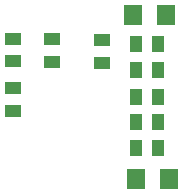
<source format=gbp>
%FSLAX25Y25*%
%MOIN*%
G70*
G01*
G75*
G04 Layer_Color=128*
%ADD10C,0.01000*%
%ADD11R,0.04134X0.05512*%
%ADD12R,0.05512X0.04134*%
%ADD13R,0.04724X0.03150*%
%ADD14O,0.04724X0.03150*%
%ADD15R,0.04724X0.01969*%
%ADD16R,0.04724X0.01181*%
%ADD17R,0.01969X0.04724*%
%ADD18R,0.01181X0.04724*%
%ADD19R,0.05512X0.03937*%
%ADD20R,0.06102X0.08661*%
%ADD21R,0.08661X0.06102*%
%ADD22R,0.06102X0.02362*%
%ADD23R,0.02362X0.06102*%
%ADD24R,0.08268X0.14764*%
%ADD25R,0.09843X0.09055*%
%ADD26R,0.06000X0.10000*%
%ADD27O,0.06102X0.02362*%
%ADD28R,0.14764X0.08268*%
%ADD29R,0.10236X0.09449*%
%ADD30R,0.08661X0.05906*%
%ADD31R,0.05000X0.01000*%
%ADD32R,0.01000X0.05000*%
%ADD33O,0.05000X0.01000*%
%ADD34R,0.12402X0.06299*%
%ADD35R,0.02362X0.07874*%
%ADD36R,0.07087X0.06000*%
%ADD37R,0.03937X0.05512*%
%ADD38R,0.06299X0.12402*%
%ADD39R,0.09449X0.10236*%
%ADD40R,0.06000X0.07087*%
%ADD41R,0.06500X0.04500*%
%ADD42R,0.06500X0.11800*%
%ADD43O,0.03150X0.11811*%
%ADD44R,0.03150X0.11811*%
%ADD45R,0.03150X0.04724*%
%ADD46O,0.03150X0.04724*%
%ADD47R,0.01772X0.05709*%
%ADD48R,0.05709X0.01772*%
%ADD49R,0.04921X0.13386*%
%ADD50R,0.06299X0.10630*%
%ADD51R,0.10630X0.06299*%
%ADD52C,0.02000*%
%ADD53C,0.01500*%
%ADD54C,0.03000*%
%ADD55C,0.04000*%
%ADD56C,0.06000*%
%ADD57C,0.02500*%
%ADD58C,0.01200*%
%ADD59C,0.08000*%
%ADD60C,0.05000*%
%ADD61R,0.06900X0.16600*%
%ADD62R,0.12500X0.03400*%
%ADD63R,0.19600X0.16800*%
%ADD64R,0.27900X0.19600*%
%ADD65R,0.44300X0.27600*%
%ADD66R,0.18898X0.09449*%
%ADD67R,0.18898X0.09055*%
%ADD68R,0.10221X0.52362*%
%ADD69R,0.20331X0.12598*%
%ADD70R,0.45592X0.09289*%
%ADD71R,0.25590X0.20079*%
%ADD72R,0.22441X0.20254*%
%ADD73R,0.32677X0.11024*%
%ADD74R,0.36614X0.28346*%
%ADD75R,0.18504X0.62205*%
%ADD76R,0.13780X0.22835*%
%ADD77R,0.24900X0.11417*%
%ADD78R,0.30800X0.16605*%
%ADD79R,0.37402X0.13386*%
%ADD80R,0.14014X0.14161*%
%ADD81R,0.44488X0.16838*%
%ADD82R,0.14173X0.04724*%
%ADD83R,0.15354X0.16535*%
%ADD84R,0.19291X0.16142*%
%ADD85R,0.38976X0.14892*%
%ADD86R,0.15354X0.14098*%
%ADD87R,0.22300X0.17000*%
%ADD88R,0.69700X0.22200*%
%ADD89R,0.22200X0.18100*%
%ADD90R,0.20700X0.43400*%
%ADD91R,0.16900X0.61900*%
%ADD92R,0.17600X0.11100*%
%ADD93R,0.60400X0.28600*%
%ADD94R,0.06300X0.33500*%
%ADD95R,0.51100X0.18500*%
%ADD96R,0.17300X0.16200*%
%ADD97R,0.64800X0.19500*%
%ADD98R,0.54300X0.17300*%
%ADD99R,0.44100X0.21000*%
%ADD100R,0.22200X0.50300*%
%ADD101R,0.21200X0.51400*%
%ADD102R,0.42500X0.16300*%
%ADD103R,0.12300X0.11000*%
%ADD104R,0.36434X0.18432*%
%ADD105R,0.18200X0.09300*%
%ADD106R,0.30400X0.13200*%
%ADD107R,0.49910X0.31300*%
%ADD108C,0.03937*%
%ADD109C,0.05118*%
%ADD110O,0.05000X0.05906*%
%ADD111C,0.06000*%
%ADD112R,0.27559X0.26772*%
%ADD113R,0.09449X0.14961*%
%ADD114C,0.05906*%
%ADD115R,0.05906X0.05906*%
%ADD116C,0.06299*%
%ADD117O,0.05906X0.05000*%
%ADD118C,0.11811*%
%ADD119C,0.12598*%
%ADD120C,0.05000*%
%ADD121C,0.04724*%
%ADD122R,0.04724X0.04724*%
%ADD123C,0.09843*%
%ADD124R,0.08661X0.08661*%
%ADD125C,0.06200*%
%ADD126O,0.07874X0.05000*%
%ADD127R,0.06299X0.06299*%
%ADD128C,0.03000*%
%ADD129C,0.04000*%
%ADD130R,0.60400X0.13100*%
%ADD131C,0.00787*%
%ADD132C,0.00984*%
%ADD133C,0.02362*%
%ADD134C,0.01772*%
%ADD135C,0.01181*%
%ADD136C,0.00394*%
%ADD137C,0.00600*%
%ADD138C,0.00700*%
%ADD139C,0.00500*%
%ADD140C,0.00004*%
%ADD141C,0.00827*%
%ADD142C,0.00800*%
%ADD143C,0.00591*%
%ADD144C,0.00591*%
%ADD145R,1.14340X0.26480*%
%ADD146R,0.04934X0.06312*%
%ADD147R,0.06312X0.04934*%
%ADD148R,0.05524X0.03950*%
%ADD149O,0.05524X0.03950*%
%ADD150R,0.05524X0.02769*%
%ADD151R,0.05524X0.01981*%
%ADD152R,0.02769X0.05524*%
%ADD153R,0.01981X0.05524*%
%ADD154R,0.06312X0.04737*%
%ADD155R,0.06902X0.09461*%
%ADD156R,0.09461X0.06902*%
%ADD157R,0.06902X0.03162*%
%ADD158R,0.03162X0.06902*%
%ADD159R,0.09068X0.15564*%
%ADD160R,0.10642X0.09855*%
%ADD161R,0.06800X0.10800*%
%ADD162O,0.06902X0.03162*%
%ADD163R,0.15564X0.09068*%
%ADD164R,0.11036X0.10249*%
%ADD165R,0.09461X0.06706*%
%ADD166R,0.05800X0.01800*%
%ADD167R,0.01800X0.05800*%
%ADD168O,0.05800X0.01800*%
%ADD169R,0.13202X0.07099*%
%ADD170R,0.03162X0.08674*%
%ADD171R,0.07887X0.06800*%
%ADD172R,0.04737X0.06312*%
%ADD173R,0.07099X0.13202*%
%ADD174R,0.10249X0.11036*%
%ADD175R,0.06800X0.07887*%
%ADD176R,0.07300X0.05300*%
%ADD177R,0.07300X0.12600*%
%ADD178O,0.03950X0.12611*%
%ADD179R,0.03950X0.12611*%
%ADD180R,0.03950X0.05524*%
%ADD181O,0.03950X0.05524*%
%ADD182R,0.02572X0.06509*%
%ADD183R,0.06509X0.02572*%
%ADD184R,0.05721X0.14186*%
%ADD185R,0.07099X0.11430*%
%ADD186R,0.11430X0.07099*%
%ADD187C,0.04737*%
%ADD188C,0.05918*%
%ADD189O,0.05800X0.06706*%
%ADD190C,0.06800*%
%ADD191R,0.28359X0.27572*%
%ADD192R,0.10249X0.15761*%
%ADD193C,0.06706*%
%ADD194R,0.06706X0.06706*%
%ADD195C,0.07099*%
%ADD196C,0.11811*%
%ADD197O,0.06706X0.05800*%
%ADD198C,0.12611*%
%ADD199C,0.13398*%
%ADD200C,0.05800*%
%ADD201C,0.05524*%
%ADD202R,0.05524X0.05524*%
%ADD203C,0.10642*%
%ADD204R,0.09461X0.09461*%
%ADD205C,0.07000*%
%ADD206O,0.08674X0.05800*%
%ADD207R,0.07099X0.07099*%
%ADD208C,0.03800*%
%ADD209C,0.04800*%
G54D11*
X292232Y263264D02*
D03*
X299713D02*
D03*
X292232Y246264D02*
D03*
X299713D02*
D03*
Y254764D02*
D03*
X292232D02*
D03*
X299713Y280764D02*
D03*
X292232D02*
D03*
X299713Y272264D02*
D03*
X292232D02*
D03*
G54D12*
X264372Y274934D02*
D03*
Y282414D02*
D03*
X281102Y282087D02*
D03*
Y274606D02*
D03*
X251192Y282604D02*
D03*
Y275124D02*
D03*
Y266104D02*
D03*
Y258624D02*
D03*
G54D40*
X291350Y290551D02*
D03*
X302350D02*
D03*
X303400Y236000D02*
D03*
X292400D02*
D03*
M02*

</source>
